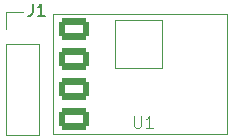
<source format=gto>
%TF.GenerationSoftware,KiCad,Pcbnew,9.0.2*%
%TF.CreationDate,2025-08-10T19:13:57-04:00*%
%TF.ProjectId,bec_adapter,6265635f-6164-4617-9074-65722e6b6963,rev?*%
%TF.SameCoordinates,Original*%
%TF.FileFunction,Legend,Top*%
%TF.FilePolarity,Positive*%
%FSLAX46Y46*%
G04 Gerber Fmt 4.6, Leading zero omitted, Abs format (unit mm)*
G04 Created by KiCad (PCBNEW 9.0.2) date 2025-08-10 19:13:57*
%MOMM*%
%LPD*%
G01*
G04 APERTURE LIST*
G04 Aperture macros list*
%AMRoundRect*
0 Rectangle with rounded corners*
0 $1 Rounding radius*
0 $2 $3 $4 $5 $6 $7 $8 $9 X,Y pos of 4 corners*
0 Add a 4 corners polygon primitive as box body*
4,1,4,$2,$3,$4,$5,$6,$7,$8,$9,$2,$3,0*
0 Add four circle primitives for the rounded corners*
1,1,$1+$1,$2,$3*
1,1,$1+$1,$4,$5*
1,1,$1+$1,$6,$7*
1,1,$1+$1,$8,$9*
0 Add four rect primitives between the rounded corners*
20,1,$1+$1,$2,$3,$4,$5,0*
20,1,$1+$1,$4,$5,$6,$7,0*
20,1,$1+$1,$6,$7,$8,$9,0*
20,1,$1+$1,$8,$9,$2,$3,0*%
G04 Aperture macros list end*
%ADD10C,0.150000*%
%ADD11C,0.100000*%
%ADD12C,0.120000*%
%ADD13R,1.700000X1.700000*%
%ADD14C,1.700000*%
%ADD15RoundRect,0.270000X-1.000000X-0.630000X1.000000X-0.630000X1.000000X0.630000X-1.000000X0.630000X0*%
G04 APERTURE END LIST*
D10*
X117166666Y-91054819D02*
X117166666Y-91769104D01*
X117166666Y-91769104D02*
X117119047Y-91911961D01*
X117119047Y-91911961D02*
X117023809Y-92007200D01*
X117023809Y-92007200D02*
X116880952Y-92054819D01*
X116880952Y-92054819D02*
X116785714Y-92054819D01*
X118166666Y-92054819D02*
X117595238Y-92054819D01*
X117880952Y-92054819D02*
X117880952Y-91054819D01*
X117880952Y-91054819D02*
X117785714Y-91197676D01*
X117785714Y-91197676D02*
X117690476Y-91292914D01*
X117690476Y-91292914D02*
X117595238Y-91340533D01*
D11*
X125738095Y-100557419D02*
X125738095Y-101366942D01*
X125738095Y-101366942D02*
X125785714Y-101462180D01*
X125785714Y-101462180D02*
X125833333Y-101509800D01*
X125833333Y-101509800D02*
X125928571Y-101557419D01*
X125928571Y-101557419D02*
X126119047Y-101557419D01*
X126119047Y-101557419D02*
X126214285Y-101509800D01*
X126214285Y-101509800D02*
X126261904Y-101462180D01*
X126261904Y-101462180D02*
X126309523Y-101366942D01*
X126309523Y-101366942D02*
X126309523Y-100557419D01*
X127309523Y-101557419D02*
X126738095Y-101557419D01*
X127023809Y-101557419D02*
X127023809Y-100557419D01*
X127023809Y-100557419D02*
X126928571Y-100700276D01*
X126928571Y-100700276D02*
X126833333Y-100795514D01*
X126833333Y-100795514D02*
X126738095Y-100843133D01*
D12*
%TO.C,J1*%
X114909000Y-91785000D02*
X116289000Y-91785000D01*
X114909000Y-93165000D02*
X114909000Y-91785000D01*
X114909000Y-94435000D02*
X114909000Y-102165000D01*
X114909000Y-94435000D02*
X117669000Y-94435000D01*
X114909000Y-102165000D02*
X117669000Y-102165000D01*
X117669000Y-94435000D02*
X117669000Y-102165000D01*
%TO.C,U1*%
D11*
X118884000Y-91930000D02*
X133616000Y-91930000D01*
X133616000Y-102090000D01*
X118884000Y-102090000D01*
X118884000Y-91930000D01*
X124123000Y-92470000D02*
X128123000Y-92470000D01*
X128123000Y-96470000D01*
X124123000Y-96470000D01*
X124123000Y-92470000D01*
%TD*%
%LPC*%
D13*
%TO.C,J1*%
X116289000Y-93165000D03*
D14*
X116289000Y-95705000D03*
X116289000Y-98245000D03*
X116289000Y-100785000D03*
%TD*%
D15*
%TO.C,U1*%
X120662000Y-93200000D03*
X120662000Y-95740000D03*
X120662000Y-98280000D03*
X120662000Y-100820000D03*
%TD*%
%LPD*%
M02*

</source>
